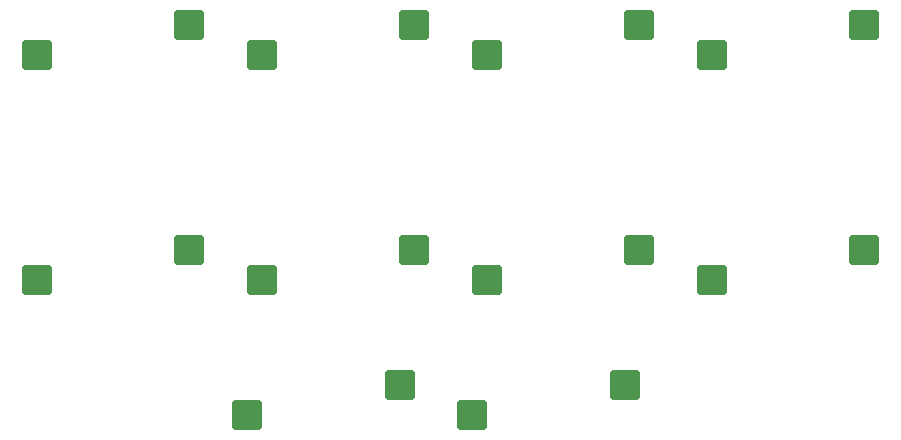
<source format=gbp>
%TF.GenerationSoftware,KiCad,Pcbnew,8.0.4*%
%TF.CreationDate,2024-09-06T01:45:46+10:00*%
%TF.ProjectId,PCB,5043422e-6b69-4636-9164-5f7063625858,rev?*%
%TF.SameCoordinates,Original*%
%TF.FileFunction,Paste,Bot*%
%TF.FilePolarity,Positive*%
%FSLAX46Y46*%
G04 Gerber Fmt 4.6, Leading zero omitted, Abs format (unit mm)*
G04 Created by KiCad (PCBNEW 8.0.4) date 2024-09-06 01:45:46*
%MOMM*%
%LPD*%
G01*
G04 APERTURE LIST*
G04 Aperture macros list*
%AMRoundRect*
0 Rectangle with rounded corners*
0 $1 Rounding radius*
0 $2 $3 $4 $5 $6 $7 $8 $9 X,Y pos of 4 corners*
0 Add a 4 corners polygon primitive as box body*
4,1,4,$2,$3,$4,$5,$6,$7,$8,$9,$2,$3,0*
0 Add four circle primitives for the rounded corners*
1,1,$1+$1,$2,$3*
1,1,$1+$1,$4,$5*
1,1,$1+$1,$6,$7*
1,1,$1+$1,$8,$9*
0 Add four rect primitives between the rounded corners*
20,1,$1+$1,$2,$3,$4,$5,0*
20,1,$1+$1,$4,$5,$6,$7,0*
20,1,$1+$1,$6,$7,$8,$9,0*
20,1,$1+$1,$8,$9,$2,$3,0*%
G04 Aperture macros list end*
%ADD10RoundRect,0.250000X1.025000X1.000000X-1.025000X1.000000X-1.025000X-1.000000X1.025000X-1.000000X0*%
%ADD11RoundRect,0.250000X-1.025000X-1.000000X1.025000X-1.000000X1.025000X1.000000X-1.025000X1.000000X0*%
G04 APERTURE END LIST*
D10*
%TO.C,SW5*%
X116304000Y-123831000D03*
X103377000Y-126371000D03*
%TD*%
%TO.C,SW8*%
X173454000Y-123831000D03*
X160527000Y-126371000D03*
%TD*%
%TO.C,SW2*%
X135354000Y-104781000D03*
X122427000Y-107321000D03*
%TD*%
%TO.C,SW1*%
X116304000Y-104781000D03*
X103377000Y-107321000D03*
%TD*%
%TO.C,SW7*%
X154404000Y-123831000D03*
X141477000Y-126371000D03*
%TD*%
%TO.C,SW3*%
X154404000Y-104781000D03*
X141477000Y-107321000D03*
%TD*%
%TO.C,SW6*%
X135354000Y-123831000D03*
X122427000Y-126371000D03*
%TD*%
D11*
%TO.C,SW10*%
X140234000Y-137801000D03*
X153161000Y-135261000D03*
%TD*%
%TO.C,SW9*%
X121184000Y-137801000D03*
X134111000Y-135261000D03*
%TD*%
D10*
%TO.C,SW4*%
X173454000Y-104781000D03*
X160527000Y-107321000D03*
%TD*%
M02*

</source>
